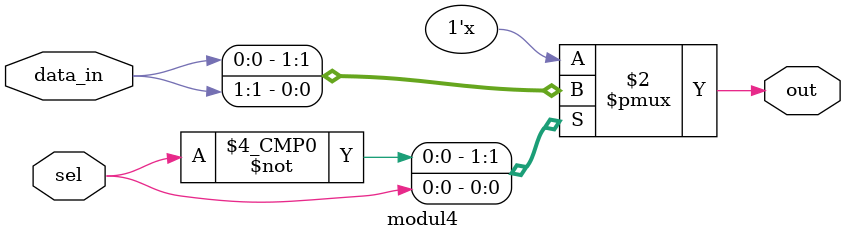
<source format=v>
module modul4(
	input [1:0] data_in,
	input sel,
	output reg out
);

always @(*) begin
	case(sel)
		0:out = data_in[0];
		1:out = data_in[1];
		default: out = 0; //jika sel tidak valid, keluarkan 0
	endcase
end

endmodule 
</source>
